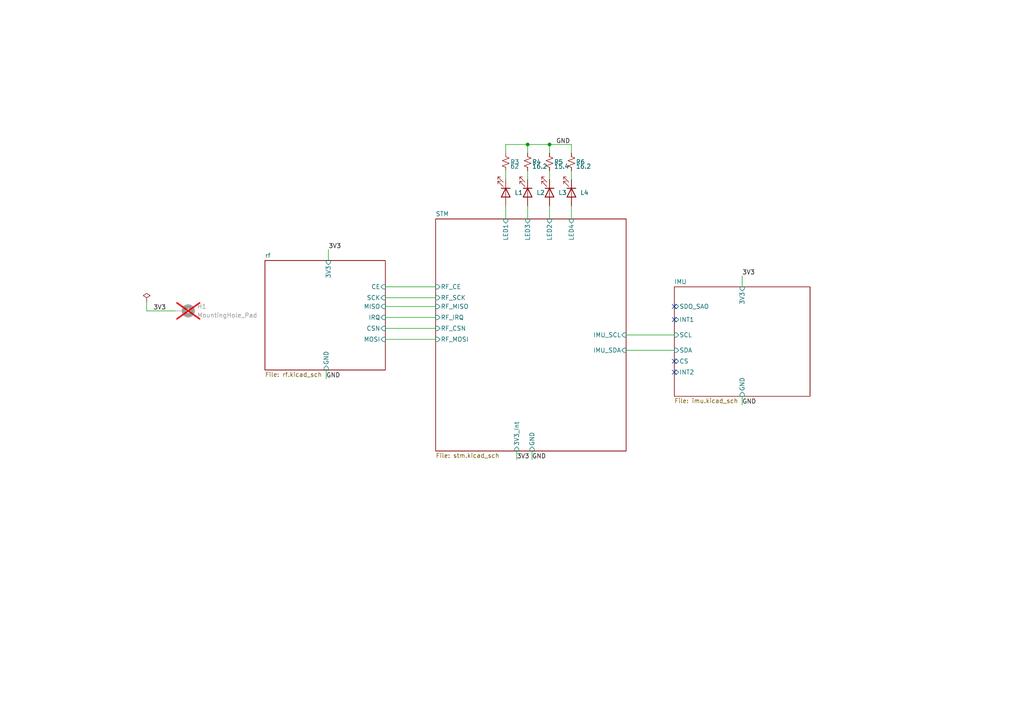
<source format=kicad_sch>
(kicad_sch
	(version 20231120)
	(generator "eeschema")
	(generator_version "8.0")
	(uuid "966522a1-0f34-4495-b9d1-6b01e7c9f14e")
	(paper "A4")
	(lib_symbols
		(symbol "Device:LED"
			(pin_numbers hide)
			(pin_names
				(offset 1.016) hide)
			(exclude_from_sim no)
			(in_bom yes)
			(on_board yes)
			(property "Reference" "D"
				(at 0 2.54 0)
				(effects
					(font
						(size 1.27 1.27)
					)
				)
			)
			(property "Value" "LED"
				(at 0 -2.54 0)
				(effects
					(font
						(size 1.27 1.27)
					)
				)
			)
			(property "Footprint" ""
				(at 0 0 0)
				(effects
					(font
						(size 1.27 1.27)
					)
					(hide yes)
				)
			)
			(property "Datasheet" "~"
				(at 0 0 0)
				(effects
					(font
						(size 1.27 1.27)
					)
					(hide yes)
				)
			)
			(property "Description" "Light emitting diode"
				(at 0 0 0)
				(effects
					(font
						(size 1.27 1.27)
					)
					(hide yes)
				)
			)
			(property "ki_keywords" "LED diode"
				(at 0 0 0)
				(effects
					(font
						(size 1.27 1.27)
					)
					(hide yes)
				)
			)
			(property "ki_fp_filters" "LED* LED_SMD:* LED_THT:*"
				(at 0 0 0)
				(effects
					(font
						(size 1.27 1.27)
					)
					(hide yes)
				)
			)
			(symbol "LED_0_1"
				(polyline
					(pts
						(xy -1.27 -1.27) (xy -1.27 1.27)
					)
					(stroke
						(width 0.254)
						(type default)
					)
					(fill
						(type none)
					)
				)
				(polyline
					(pts
						(xy -1.27 0) (xy 1.27 0)
					)
					(stroke
						(width 0)
						(type default)
					)
					(fill
						(type none)
					)
				)
				(polyline
					(pts
						(xy 1.27 -1.27) (xy 1.27 1.27) (xy -1.27 0) (xy 1.27 -1.27)
					)
					(stroke
						(width 0.254)
						(type default)
					)
					(fill
						(type none)
					)
				)
				(polyline
					(pts
						(xy -3.048 -0.762) (xy -4.572 -2.286) (xy -3.81 -2.286) (xy -4.572 -2.286) (xy -4.572 -1.524)
					)
					(stroke
						(width 0)
						(type default)
					)
					(fill
						(type none)
					)
				)
				(polyline
					(pts
						(xy -1.778 -0.762) (xy -3.302 -2.286) (xy -2.54 -2.286) (xy -3.302 -2.286) (xy -3.302 -1.524)
					)
					(stroke
						(width 0)
						(type default)
					)
					(fill
						(type none)
					)
				)
			)
			(symbol "LED_1_1"
				(pin passive line
					(at -3.81 0 0)
					(length 2.54)
					(name "K"
						(effects
							(font
								(size 1.27 1.27)
							)
						)
					)
					(number "1"
						(effects
							(font
								(size 1.27 1.27)
							)
						)
					)
				)
				(pin passive line
					(at 3.81 0 180)
					(length 2.54)
					(name "A"
						(effects
							(font
								(size 1.27 1.27)
							)
						)
					)
					(number "2"
						(effects
							(font
								(size 1.27 1.27)
							)
						)
					)
				)
			)
		)
		(symbol "Device:R_Small_US"
			(pin_numbers hide)
			(pin_names
				(offset 0.254) hide)
			(exclude_from_sim no)
			(in_bom yes)
			(on_board yes)
			(property "Reference" "R"
				(at 0.762 0.508 0)
				(effects
					(font
						(size 1.27 1.27)
					)
					(justify left)
				)
			)
			(property "Value" "R_Small_US"
				(at 0.762 -1.016 0)
				(effects
					(font
						(size 1.27 1.27)
					)
					(justify left)
				)
			)
			(property "Footprint" ""
				(at 0 0 0)
				(effects
					(font
						(size 1.27 1.27)
					)
					(hide yes)
				)
			)
			(property "Datasheet" "~"
				(at 0 0 0)
				(effects
					(font
						(size 1.27 1.27)
					)
					(hide yes)
				)
			)
			(property "Description" "Resistor, small US symbol"
				(at 0 0 0)
				(effects
					(font
						(size 1.27 1.27)
					)
					(hide yes)
				)
			)
			(property "ki_keywords" "r resistor"
				(at 0 0 0)
				(effects
					(font
						(size 1.27 1.27)
					)
					(hide yes)
				)
			)
			(property "ki_fp_filters" "R_*"
				(at 0 0 0)
				(effects
					(font
						(size 1.27 1.27)
					)
					(hide yes)
				)
			)
			(symbol "R_Small_US_1_1"
				(polyline
					(pts
						(xy 0 0) (xy 1.016 -0.381) (xy 0 -0.762) (xy -1.016 -1.143) (xy 0 -1.524)
					)
					(stroke
						(width 0)
						(type default)
					)
					(fill
						(type none)
					)
				)
				(polyline
					(pts
						(xy 0 1.524) (xy 1.016 1.143) (xy 0 0.762) (xy -1.016 0.381) (xy 0 0)
					)
					(stroke
						(width 0)
						(type default)
					)
					(fill
						(type none)
					)
				)
				(pin passive line
					(at 0 2.54 270)
					(length 1.016)
					(name "~"
						(effects
							(font
								(size 1.27 1.27)
							)
						)
					)
					(number "1"
						(effects
							(font
								(size 1.27 1.27)
							)
						)
					)
				)
				(pin passive line
					(at 0 -2.54 90)
					(length 1.016)
					(name "~"
						(effects
							(font
								(size 1.27 1.27)
							)
						)
					)
					(number "2"
						(effects
							(font
								(size 1.27 1.27)
							)
						)
					)
				)
			)
		)
		(symbol "Mechanical:MountingHole_Pad"
			(pin_numbers hide)
			(pin_names
				(offset 1.016) hide)
			(exclude_from_sim yes)
			(in_bom no)
			(on_board yes)
			(property "Reference" "H"
				(at 0 6.35 0)
				(effects
					(font
						(size 1.27 1.27)
					)
				)
			)
			(property "Value" "MountingHole_Pad"
				(at 0 4.445 0)
				(effects
					(font
						(size 1.27 1.27)
					)
				)
			)
			(property "Footprint" ""
				(at 0 0 0)
				(effects
					(font
						(size 1.27 1.27)
					)
					(hide yes)
				)
			)
			(property "Datasheet" "~"
				(at 0 0 0)
				(effects
					(font
						(size 1.27 1.27)
					)
					(hide yes)
				)
			)
			(property "Description" "Mounting Hole with connection"
				(at 0 0 0)
				(effects
					(font
						(size 1.27 1.27)
					)
					(hide yes)
				)
			)
			(property "ki_keywords" "mounting hole"
				(at 0 0 0)
				(effects
					(font
						(size 1.27 1.27)
					)
					(hide yes)
				)
			)
			(property "ki_fp_filters" "MountingHole*Pad*"
				(at 0 0 0)
				(effects
					(font
						(size 1.27 1.27)
					)
					(hide yes)
				)
			)
			(symbol "MountingHole_Pad_0_1"
				(circle
					(center 0 1.27)
					(radius 1.27)
					(stroke
						(width 1.27)
						(type default)
					)
					(fill
						(type none)
					)
				)
			)
			(symbol "MountingHole_Pad_1_1"
				(pin input line
					(at 0 -2.54 90)
					(length 2.54)
					(name "1"
						(effects
							(font
								(size 1.27 1.27)
							)
						)
					)
					(number "1"
						(effects
							(font
								(size 1.27 1.27)
							)
						)
					)
				)
			)
		)
		(symbol "power:PWR_FLAG"
			(power)
			(pin_numbers hide)
			(pin_names
				(offset 0) hide)
			(exclude_from_sim no)
			(in_bom yes)
			(on_board yes)
			(property "Reference" "#FLG"
				(at 0 1.905 0)
				(effects
					(font
						(size 1.27 1.27)
					)
					(hide yes)
				)
			)
			(property "Value" "PWR_FLAG"
				(at 0 3.81 0)
				(effects
					(font
						(size 1.27 1.27)
					)
				)
			)
			(property "Footprint" ""
				(at 0 0 0)
				(effects
					(font
						(size 1.27 1.27)
					)
					(hide yes)
				)
			)
			(property "Datasheet" "~"
				(at 0 0 0)
				(effects
					(font
						(size 1.27 1.27)
					)
					(hide yes)
				)
			)
			(property "Description" "Special symbol for telling ERC where power comes from"
				(at 0 0 0)
				(effects
					(font
						(size 1.27 1.27)
					)
					(hide yes)
				)
			)
			(property "ki_keywords" "flag power"
				(at 0 0 0)
				(effects
					(font
						(size 1.27 1.27)
					)
					(hide yes)
				)
			)
			(symbol "PWR_FLAG_0_0"
				(pin power_out line
					(at 0 0 90)
					(length 0)
					(name "~"
						(effects
							(font
								(size 1.27 1.27)
							)
						)
					)
					(number "1"
						(effects
							(font
								(size 1.27 1.27)
							)
						)
					)
				)
			)
			(symbol "PWR_FLAG_0_1"
				(polyline
					(pts
						(xy 0 0) (xy 0 1.27) (xy -1.016 1.905) (xy 0 2.54) (xy 1.016 1.905) (xy 0 1.27)
					)
					(stroke
						(width 0)
						(type default)
					)
					(fill
						(type none)
					)
				)
			)
		)
	)
	(junction
		(at 159.385 41.91)
		(diameter 0)
		(color 0 0 0 0)
		(uuid "d8a9d133-50e6-498e-9c31-dc5cc398b4a7")
	)
	(junction
		(at 153.035 41.91)
		(diameter 0)
		(color 0 0 0 0)
		(uuid "fdd3b648-054f-4675-8e1b-731d0d51bade")
	)
	(no_connect
		(at 195.58 107.95)
		(uuid "3765b813-ce72-4ac2-bedc-44bc759c1eae")
	)
	(no_connect
		(at 195.58 92.71)
		(uuid "67858fc9-8e38-4cf4-8321-7f3e0f249512")
	)
	(no_connect
		(at 195.58 88.9)
		(uuid "c20faa2b-9765-408f-a323-70f45fc619ce")
	)
	(no_connect
		(at 195.58 104.775)
		(uuid "d4d92878-bccf-427a-bab8-b2077702d047")
	)
	(wire
		(pts
			(xy 146.685 44.45) (xy 146.685 41.91)
		)
		(stroke
			(width 0)
			(type default)
		)
		(uuid "01a47d9a-81b4-4e2a-932e-48a43e5fac55")
	)
	(wire
		(pts
			(xy 146.685 52.07) (xy 146.685 49.53)
		)
		(stroke
			(width 0)
			(type default)
		)
		(uuid "038d0c2e-2b47-4fd8-b796-63fe0071fb7d")
	)
	(wire
		(pts
			(xy 111.76 83.185) (xy 126.365 83.185)
		)
		(stroke
			(width 0)
			(type default)
		)
		(uuid "0c8bc0cf-5ad5-4cb8-845c-5f474795dcaf")
	)
	(wire
		(pts
			(xy 159.385 52.07) (xy 159.385 49.53)
		)
		(stroke
			(width 0)
			(type default)
		)
		(uuid "11e53b4c-4839-4c90-aee3-1b5b22bfe107")
	)
	(wire
		(pts
			(xy 95.25 72.39) (xy 95.25 75.565)
		)
		(stroke
			(width 0)
			(type default)
		)
		(uuid "15257dad-a979-442e-b3e6-7f0b06c96a30")
	)
	(wire
		(pts
			(xy 165.735 59.69) (xy 165.735 63.5)
		)
		(stroke
			(width 0)
			(type default)
		)
		(uuid "15980d46-ab5e-4379-80f6-15e4a4c3d8f8")
	)
	(wire
		(pts
			(xy 94.615 107.315) (xy 94.615 109.855)
		)
		(stroke
			(width 0)
			(type default)
		)
		(uuid "17a00168-1afb-4691-bbe7-2c69e3b1b8b7")
	)
	(wire
		(pts
			(xy 153.035 41.91) (xy 159.385 41.91)
		)
		(stroke
			(width 0)
			(type default)
		)
		(uuid "1b6d404c-d61c-4021-8bc2-663979531bfc")
	)
	(wire
		(pts
			(xy 181.61 97.155) (xy 195.58 97.155)
		)
		(stroke
			(width 0)
			(type default)
		)
		(uuid "22085317-bf35-4715-866b-9ac0babea5ca")
	)
	(wire
		(pts
			(xy 146.685 41.91) (xy 153.035 41.91)
		)
		(stroke
			(width 0)
			(type default)
		)
		(uuid "2fd1ecd4-ca99-4e2d-965c-51b0c4a8431e")
	)
	(wire
		(pts
			(xy 159.385 44.45) (xy 159.385 41.91)
		)
		(stroke
			(width 0)
			(type default)
		)
		(uuid "3db87710-322d-40bf-95c8-757109dd0141")
	)
	(wire
		(pts
			(xy 111.76 86.36) (xy 126.365 86.36)
		)
		(stroke
			(width 0)
			(type default)
		)
		(uuid "3dfb4bf2-5f0a-49cb-9367-5ccea0386613")
	)
	(wire
		(pts
			(xy 215.265 114.935) (xy 215.265 117.475)
		)
		(stroke
			(width 0)
			(type default)
		)
		(uuid "48aa95b4-2adc-4b31-b142-6c43fd04411b")
	)
	(wire
		(pts
			(xy 153.035 52.07) (xy 153.035 49.53)
		)
		(stroke
			(width 0)
			(type default)
		)
		(uuid "4a96c466-9e2e-434e-ad39-68682f9b8643")
	)
	(wire
		(pts
			(xy 111.76 95.25) (xy 126.365 95.25)
		)
		(stroke
			(width 0)
			(type default)
		)
		(uuid "5ebfc933-d2cf-42f9-a667-69242de94e54")
	)
	(wire
		(pts
			(xy 165.735 44.45) (xy 165.735 41.91)
		)
		(stroke
			(width 0)
			(type default)
		)
		(uuid "66f35ea2-e013-462b-b0ef-21c5a56485c3")
	)
	(wire
		(pts
			(xy 149.86 130.81) (xy 149.86 133.35)
		)
		(stroke
			(width 0)
			(type default)
		)
		(uuid "706c57ce-3fe5-49fe-be92-d22edda5c33f")
	)
	(wire
		(pts
			(xy 181.61 101.6) (xy 195.58 101.6)
		)
		(stroke
			(width 0)
			(type default)
		)
		(uuid "7d721d91-1ab6-4479-9eab-887de368d44c")
	)
	(wire
		(pts
			(xy 215.265 80.01) (xy 215.265 83.185)
		)
		(stroke
			(width 0)
			(type default)
		)
		(uuid "87c81d41-804f-4e3b-827e-818d83a260de")
	)
	(wire
		(pts
			(xy 50.8 90.17) (xy 42.545 90.17)
		)
		(stroke
			(width 0)
			(type default)
		)
		(uuid "8cc86084-335e-4bd2-ab65-eca3dd368f40")
	)
	(wire
		(pts
			(xy 154.305 130.81) (xy 154.305 133.35)
		)
		(stroke
			(width 0)
			(type default)
		)
		(uuid "9bfae5a4-c1ec-43ee-b2f6-34961ce038c6")
	)
	(wire
		(pts
			(xy 165.735 52.07) (xy 165.735 49.53)
		)
		(stroke
			(width 0)
			(type default)
		)
		(uuid "a5cb3850-cf48-495e-b876-29a9a86b38e2")
	)
	(wire
		(pts
			(xy 153.035 44.45) (xy 153.035 41.91)
		)
		(stroke
			(width 0)
			(type default)
		)
		(uuid "a91a0788-6513-40bd-b8b7-b80085897627")
	)
	(wire
		(pts
			(xy 165.735 41.91) (xy 159.385 41.91)
		)
		(stroke
			(width 0)
			(type default)
		)
		(uuid "b72b3ec9-055a-4aa9-bd61-684dc4109f62")
	)
	(wire
		(pts
			(xy 111.76 98.425) (xy 126.365 98.425)
		)
		(stroke
			(width 0)
			(type default)
		)
		(uuid "be70f832-7afd-442c-9ddf-513b0283afa6")
	)
	(wire
		(pts
			(xy 153.035 59.69) (xy 153.035 63.5)
		)
		(stroke
			(width 0)
			(type default)
		)
		(uuid "ce79c6f3-ae9a-4af3-ad97-786c6d9e4925")
	)
	(wire
		(pts
			(xy 159.385 59.69) (xy 159.385 63.5)
		)
		(stroke
			(width 0)
			(type default)
		)
		(uuid "d29e1bf3-0d8c-4311-b9fd-5784f9d896e7")
	)
	(wire
		(pts
			(xy 111.76 92.075) (xy 126.365 92.075)
		)
		(stroke
			(width 0)
			(type default)
		)
		(uuid "db07ec58-465a-47f2-b19c-475d1770eaaa")
	)
	(wire
		(pts
			(xy 146.685 59.69) (xy 146.685 63.5)
		)
		(stroke
			(width 0)
			(type default)
		)
		(uuid "e862f2c8-d58f-4a53-b548-ae9983a27b85")
	)
	(wire
		(pts
			(xy 42.545 90.17) (xy 42.545 87.63)
		)
		(stroke
			(width 0)
			(type default)
		)
		(uuid "f5432fbe-b765-4b6f-aa9f-da6707cbc940")
	)
	(wire
		(pts
			(xy 111.76 88.9) (xy 126.365 88.9)
		)
		(stroke
			(width 0)
			(type default)
		)
		(uuid "fd4e4e1e-0eb0-43f6-aa62-ba20f4666b47")
	)
	(label "3V3"
		(at 215.265 80.01 0)
		(fields_autoplaced yes)
		(effects
			(font
				(size 1.27 1.27)
			)
			(justify left bottom)
		)
		(uuid "0a8ef841-b5a7-42dc-9832-f64c83bed63d")
	)
	(label "3V3"
		(at 44.45 90.17 0)
		(fields_autoplaced yes)
		(effects
			(font
				(size 1.27 1.27)
			)
			(justify left bottom)
		)
		(uuid "27540b96-84da-4796-853e-c1400103b314")
	)
	(label "GND"
		(at 215.265 117.475 0)
		(fields_autoplaced yes)
		(effects
			(font
				(size 1.27 1.27)
			)
			(justify left bottom)
		)
		(uuid "3284d0f4-b096-40f7-baee-9d4ca4fef925")
	)
	(label "GND"
		(at 94.615 109.855 0)
		(fields_autoplaced yes)
		(effects
			(font
				(size 1.27 1.27)
			)
			(justify left bottom)
		)
		(uuid "6c7b6c5d-8f43-48d7-94bb-2894a878dd70")
	)
	(label "GND"
		(at 161.29 41.91 0)
		(fields_autoplaced yes)
		(effects
			(font
				(size 1.27 1.27)
			)
			(justify left bottom)
		)
		(uuid "7a4bbddd-a92d-4a05-a57a-457aeb040de3")
	)
	(label "3V3"
		(at 149.86 133.35 0)
		(fields_autoplaced yes)
		(effects
			(font
				(size 1.27 1.27)
			)
			(justify left bottom)
		)
		(uuid "835138ea-8cdf-4057-a3e7-b2f263a64dee")
	)
	(label "3V3"
		(at 95.25 72.39 0)
		(fields_autoplaced yes)
		(effects
			(font
				(size 1.27 1.27)
			)
			(justify left bottom)
		)
		(uuid "88a949b2-0e9d-4738-a9f0-67e2700259d7")
	)
	(label "GND"
		(at 154.305 133.35 0)
		(fields_autoplaced yes)
		(effects
			(font
				(size 1.27 1.27)
			)
			(justify left bottom)
		)
		(uuid "d7f19c95-7e1b-4e0e-ba03-fd27f1520f91")
	)
	(symbol
		(lib_id "Device:R_Small_US")
		(at 146.685 46.99 0)
		(unit 1)
		(exclude_from_sim no)
		(in_bom yes)
		(on_board yes)
		(dnp no)
		(uuid "045e116b-a413-4260-a2fa-08c44a4f48d4")
		(property "Reference" "R3"
			(at 147.955 46.99 0)
			(effects
				(font
					(size 1.27 1.27)
				)
				(justify left)
			)
		)
		(property "Value" "62"
			(at 147.955 48.26 0)
			(effects
				(font
					(size 1.27 1.27)
				)
				(justify left)
			)
		)
		(property "Footprint" "Resistor_SMD:R_0603_1608Metric"
			(at 146.685 46.99 0)
			(effects
				(font
					(size 1.27 1.27)
				)
				(hide yes)
			)
		)
		(property "Datasheet" "~"
			(at 146.685 46.99 0)
			(effects
				(font
					(size 1.27 1.27)
				)
				(hide yes)
			)
		)
		(property "Description" "JLC: C23222"
			(at 146.685 46.99 0)
			(effects
				(font
					(size 1.27 1.27)
				)
				(hide yes)
			)
		)
		(pin "1"
			(uuid "ed371a80-f2a5-461d-ac0e-287ad32ac73d")
		)
		(pin "2"
			(uuid "95ca2766-394e-4fad-8707-e4a74eb19064")
		)
		(instances
			(project "comn_v1"
				(path "/966522a1-0f34-4495-b9d1-6b01e7c9f14e"
					(reference "R3")
					(unit 1)
				)
			)
		)
	)
	(symbol
		(lib_id "Device:LED")
		(at 146.685 55.88 270)
		(unit 1)
		(exclude_from_sim no)
		(in_bom yes)
		(on_board yes)
		(dnp no)
		(uuid "3fc69ba5-1e5f-4e38-93e3-c214f78b2b9b")
		(property "Reference" "L1"
			(at 149.225 55.88 90)
			(effects
				(font
					(size 1.27 1.27)
				)
				(justify left)
			)
		)
		(property "Value" "RED LED"
			(at 149.86 55.5624 90)
			(effects
				(font
					(size 1.27 1.27)
				)
				(justify left)
				(hide yes)
			)
		)
		(property "Footprint" "LED_SMD:LED_0603_1608Metric"
			(at 146.685 55.88 0)
			(effects
				(font
					(size 1.27 1.27)
				)
				(hide yes)
			)
		)
		(property "Datasheet" "~"
			(at 146.685 55.88 0)
			(effects
				(font
					(size 1.27 1.27)
				)
				(hide yes)
			)
		)
		(property "Description" "JLC: C2286"
			(at 146.685 55.88 0)
			(effects
				(font
					(size 1.27 1.27)
				)
				(hide yes)
			)
		)
		(pin "1"
			(uuid "5b7f6383-b2db-4bd8-aa9a-7c4f89a8a890")
		)
		(pin "2"
			(uuid "17b2137c-638f-4299-812c-f672266e6380")
		)
		(instances
			(project "comn_v1"
				(path "/966522a1-0f34-4495-b9d1-6b01e7c9f14e"
					(reference "L1")
					(unit 1)
				)
			)
		)
	)
	(symbol
		(lib_id "Device:LED")
		(at 159.385 55.88 270)
		(unit 1)
		(exclude_from_sim no)
		(in_bom yes)
		(on_board yes)
		(dnp no)
		(uuid "426dee33-444b-4a59-b095-1b92a3b23a18")
		(property "Reference" "L3"
			(at 161.925 55.88 90)
			(effects
				(font
					(size 1.27 1.27)
				)
				(justify left)
			)
		)
		(property "Value" "WHITE LED"
			(at 162.56 55.5624 90)
			(effects
				(font
					(size 1.27 1.27)
				)
				(justify left)
				(hide yes)
			)
		)
		(property "Footprint" "LED_SMD:LED_0603_1608Metric"
			(at 159.385 55.88 0)
			(effects
				(font
					(size 1.27 1.27)
				)
				(hide yes)
			)
		)
		(property "Datasheet" "~"
			(at 159.385 55.88 0)
			(effects
				(font
					(size 1.27 1.27)
				)
				(hide yes)
			)
		)
		(property "Description" "JLC: C2290"
			(at 159.385 55.88 0)
			(effects
				(font
					(size 1.27 1.27)
				)
				(hide yes)
			)
		)
		(pin "1"
			(uuid "e7476603-2c6b-4cbe-bc6e-6313bb6ad65b")
		)
		(pin "2"
			(uuid "164454a3-4bd6-4625-a5b4-f3adb4014cfb")
		)
		(instances
			(project "comn_v1"
				(path "/966522a1-0f34-4495-b9d1-6b01e7c9f14e"
					(reference "L3")
					(unit 1)
				)
			)
		)
	)
	(symbol
		(lib_id "Device:R_Small_US")
		(at 165.735 46.99 0)
		(unit 1)
		(exclude_from_sim no)
		(in_bom yes)
		(on_board yes)
		(dnp no)
		(uuid "61d3fe50-cf7d-4780-bff6-e414f697a422")
		(property "Reference" "R6"
			(at 167.005 46.99 0)
			(effects
				(font
					(size 1.27 1.27)
				)
				(justify left)
			)
		)
		(property "Value" "16.2"
			(at 167.005 48.26 0)
			(effects
				(font
					(size 1.27 1.27)
				)
				(justify left)
			)
		)
		(property "Footprint" "Resistor_SMD:R_0603_1608Metric"
			(at 165.735 46.99 0)
			(effects
				(font
					(size 1.27 1.27)
				)
				(hide yes)
			)
		)
		(property "Datasheet" "~"
			(at 165.735 46.99 0)
			(effects
				(font
					(size 1.27 1.27)
				)
				(hide yes)
			)
		)
		(property "Description" "JLC: C22811"
			(at 165.735 46.99 0)
			(effects
				(font
					(size 1.27 1.27)
				)
				(hide yes)
			)
		)
		(pin "1"
			(uuid "c08d4b54-86ed-4689-beb3-2d57dc69eef5")
		)
		(pin "2"
			(uuid "388bae15-9d6c-4d08-8df8-b1042ae372aa")
		)
		(instances
			(project "top_v1"
				(path "/966522a1-0f34-4495-b9d1-6b01e7c9f14e"
					(reference "R6")
					(unit 1)
				)
			)
		)
	)
	(symbol
		(lib_id "Device:LED")
		(at 165.735 55.88 270)
		(unit 1)
		(exclude_from_sim no)
		(in_bom yes)
		(on_board yes)
		(dnp no)
		(uuid "687b72cf-62b3-414d-970a-2f1d461ab426")
		(property "Reference" "L4"
			(at 168.275 55.88 90)
			(effects
				(font
					(size 1.27 1.27)
				)
				(justify left)
			)
		)
		(property "Value" "BLUE LED"
			(at 168.91 55.5624 90)
			(effects
				(font
					(size 1.27 1.27)
				)
				(justify left)
				(hide yes)
			)
		)
		(property "Footprint" "LED_SMD:LED_0603_1608Metric"
			(at 165.735 55.88 0)
			(effects
				(font
					(size 1.27 1.27)
				)
				(hide yes)
			)
		)
		(property "Datasheet" "~"
			(at 165.735 55.88 0)
			(effects
				(font
					(size 1.27 1.27)
				)
				(hide yes)
			)
		)
		(property "Description" "JLC: C2288"
			(at 165.735 55.88 0)
			(effects
				(font
					(size 1.27 1.27)
				)
				(hide yes)
			)
		)
		(pin "1"
			(uuid "54b478a1-dc3e-4f04-bef6-8041ca680f07")
		)
		(pin "2"
			(uuid "2745ee18-da7b-4546-8620-3e1d55571a1f")
		)
		(instances
			(project "top_v1"
				(path "/966522a1-0f34-4495-b9d1-6b01e7c9f14e"
					(reference "L4")
					(unit 1)
				)
			)
		)
	)
	(symbol
		(lib_id "Device:R_Small_US")
		(at 153.035 46.99 0)
		(unit 1)
		(exclude_from_sim no)
		(in_bom yes)
		(on_board yes)
		(dnp no)
		(uuid "a0320895-b7c4-41fa-b051-00a637e587ee")
		(property "Reference" "R4"
			(at 154.305 46.99 0)
			(effects
				(font
					(size 1.27 1.27)
				)
				(justify left)
			)
		)
		(property "Value" "16.2"
			(at 154.305 48.26 0)
			(effects
				(font
					(size 1.27 1.27)
				)
				(justify left)
			)
		)
		(property "Footprint" "Resistor_SMD:R_0603_1608Metric"
			(at 153.035 46.99 0)
			(effects
				(font
					(size 1.27 1.27)
				)
				(hide yes)
			)
		)
		(property "Datasheet" "~"
			(at 153.035 46.99 0)
			(effects
				(font
					(size 1.27 1.27)
				)
				(hide yes)
			)
		)
		(property "Description" "JLC: C22811"
			(at 153.035 46.99 0)
			(effects
				(font
					(size 1.27 1.27)
				)
				(hide yes)
			)
		)
		(pin "1"
			(uuid "e399bd9c-8448-49e7-bb63-f4d4314e64dc")
		)
		(pin "2"
			(uuid "a80346b2-a1a1-4f58-ad14-abc4b7138005")
		)
		(instances
			(project "comn_v1"
				(path "/966522a1-0f34-4495-b9d1-6b01e7c9f14e"
					(reference "R4")
					(unit 1)
				)
			)
		)
	)
	(symbol
		(lib_id "Device:LED")
		(at 153.035 55.88 270)
		(unit 1)
		(exclude_from_sim no)
		(in_bom yes)
		(on_board yes)
		(dnp no)
		(uuid "a4b173d9-13fd-46f0-ba9a-a44739c59774")
		(property "Reference" "L2"
			(at 155.575 55.88 90)
			(effects
				(font
					(size 1.27 1.27)
				)
				(justify left)
			)
		)
		(property "Value" "BLUE LED"
			(at 156.21 55.5624 90)
			(effects
				(font
					(size 1.27 1.27)
				)
				(justify left)
				(hide yes)
			)
		)
		(property "Footprint" "LED_SMD:LED_0603_1608Metric"
			(at 153.035 55.88 0)
			(effects
				(font
					(size 1.27 1.27)
				)
				(hide yes)
			)
		)
		(property "Datasheet" "~"
			(at 153.035 55.88 0)
			(effects
				(font
					(size 1.27 1.27)
				)
				(hide yes)
			)
		)
		(property "Description" "JLC: C2288"
			(at 153.035 55.88 0)
			(effects
				(font
					(size 1.27 1.27)
				)
				(hide yes)
			)
		)
		(pin "1"
			(uuid "def83f52-3cb7-40a5-a74b-6f0e99ba65b4")
		)
		(pin "2"
			(uuid "bcf88f30-b0dd-44e4-a52c-cf73265fec10")
		)
		(instances
			(project "comn_v1"
				(path "/966522a1-0f34-4495-b9d1-6b01e7c9f14e"
					(reference "L2")
					(unit 1)
				)
			)
		)
	)
	(symbol
		(lib_id "power:PWR_FLAG")
		(at 42.545 87.63 0)
		(unit 1)
		(exclude_from_sim no)
		(in_bom yes)
		(on_board yes)
		(dnp no)
		(fields_autoplaced yes)
		(uuid "cb97e8ca-a5fb-4c6c-a8f2-aec672525bd3")
		(property "Reference" "#FLG01"
			(at 42.545 85.725 0)
			(effects
				(font
					(size 1.27 1.27)
				)
				(hide yes)
			)
		)
		(property "Value" "PWR_FLAG"
			(at 42.545 83.185 0)
			(effects
				(font
					(size 1.27 1.27)
				)
				(hide yes)
			)
		)
		(property "Footprint" ""
			(at 42.545 87.63 0)
			(effects
				(font
					(size 1.27 1.27)
				)
				(hide yes)
			)
		)
		(property "Datasheet" "~"
			(at 42.545 87.63 0)
			(effects
				(font
					(size 1.27 1.27)
				)
				(hide yes)
			)
		)
		(property "Description" "Special symbol for telling ERC where power comes from"
			(at 42.545 87.63 0)
			(effects
				(font
					(size 1.27 1.27)
				)
				(hide yes)
			)
		)
		(pin "1"
			(uuid "ddc3882e-1367-4a26-a2a8-4d38703f112d")
		)
		(instances
			(project "top"
				(path "/966522a1-0f34-4495-b9d1-6b01e7c9f14e"
					(reference "#FLG01")
					(unit 1)
				)
			)
		)
	)
	(symbol
		(lib_id "Device:R_Small_US")
		(at 159.385 46.99 0)
		(unit 1)
		(exclude_from_sim no)
		(in_bom yes)
		(on_board yes)
		(dnp no)
		(uuid "d8fef791-6082-45ac-8a6a-a032728b2d8e")
		(property "Reference" "R5"
			(at 160.655 46.99 0)
			(effects
				(font
					(size 1.27 1.27)
				)
				(justify left)
			)
		)
		(property "Value" "15.4"
			(at 160.655 48.26 0)
			(effects
				(font
					(size 1.27 1.27)
				)
				(justify left)
			)
		)
		(property "Footprint" "Resistor_SMD:R_0603_1608Metric"
			(at 159.385 46.99 0)
			(effects
				(font
					(size 1.27 1.27)
				)
				(hide yes)
			)
		)
		(property "Datasheet" "~"
			(at 159.385 46.99 0)
			(effects
				(font
					(size 1.27 1.27)
				)
				(hide yes)
			)
		)
		(property "Description" "JLC: C22805"
			(at 159.385 46.99 0)
			(effects
				(font
					(size 1.27 1.27)
				)
				(hide yes)
			)
		)
		(pin "1"
			(uuid "0f5e4c49-7d40-4e1c-863c-206d50dc2bc0")
		)
		(pin "2"
			(uuid "272bbbf9-095e-4e2f-a78e-0607781f146f")
		)
		(instances
			(project "comn_v1"
				(path "/966522a1-0f34-4495-b9d1-6b01e7c9f14e"
					(reference "R5")
					(unit 1)
				)
			)
		)
	)
	(symbol
		(lib_id "Mechanical:MountingHole_Pad")
		(at 53.34 90.17 270)
		(unit 1)
		(exclude_from_sim yes)
		(in_bom no)
		(on_board yes)
		(dnp yes)
		(fields_autoplaced yes)
		(uuid "de614b73-4656-4915-85ee-eea9db76735c")
		(property "Reference" "H1"
			(at 57.15 88.8999 90)
			(effects
				(font
					(size 1.27 1.27)
				)
				(justify left)
			)
		)
		(property "Value" "MountingHole_Pad"
			(at 57.15 91.4399 90)
			(effects
				(font
					(size 1.27 1.27)
				)
				(justify left)
			)
		)
		(property "Footprint" "TestPoint:TestPoint_Pad_4.0x4.0mm"
			(at 53.34 90.17 0)
			(effects
				(font
					(size 1.27 1.27)
				)
				(hide yes)
			)
		)
		(property "Datasheet" "~"
			(at 53.34 90.17 0)
			(effects
				(font
					(size 1.27 1.27)
				)
				(hide yes)
			)
		)
		(property "Description" "Mounting Hole with connection"
			(at 53.34 90.17 0)
			(effects
				(font
					(size 1.27 1.27)
				)
				(hide yes)
			)
		)
		(pin "1"
			(uuid "a9c3cb86-1bf1-4882-a848-911bf7d3001c")
		)
		(instances
			(project ""
				(path "/966522a1-0f34-4495-b9d1-6b01e7c9f14e"
					(reference "H1")
					(unit 1)
				)
			)
		)
	)
	(sheet
		(at 76.835 75.565)
		(size 34.925 31.75)
		(fields_autoplaced yes)
		(stroke
			(width 0.1524)
			(type solid)
		)
		(fill
			(color 0 0 0 0.0000)
		)
		(uuid "09f14c88-e97d-4ffa-a421-cf347ed3db12")
		(property "Sheetname" "rf"
			(at 76.835 74.8534 0)
			(effects
				(font
					(size 1.27 1.27)
				)
				(justify left bottom)
			)
		)
		(property "Sheetfile" "rf.kicad_sch"
			(at 76.835 107.8996 0)
			(effects
				(font
					(size 1.27 1.27)
				)
				(justify left top)
			)
		)
		(pin "CE" input
			(at 111.76 83.185 0)
			(effects
				(font
					(size 1.27 1.27)
				)
				(justify right)
			)
			(uuid "8324eda5-6a4e-4e04-974b-274bc0c9afb6")
		)
		(pin "GND" input
			(at 94.615 107.315 270)
			(effects
				(font
					(size 1.27 1.27)
				)
				(justify left)
			)
			(uuid "181f8916-94df-4168-89b1-ef122100f783")
		)
		(pin "SCK" input
			(at 111.76 86.36 0)
			(effects
				(font
					(size 1.27 1.27)
				)
				(justify right)
			)
			(uuid "fac832cc-a610-4338-8749-d5db564fa1e2")
		)
		(pin "MISO" input
			(at 111.76 88.9 0)
			(effects
				(font
					(size 1.27 1.27)
				)
				(justify right)
			)
			(uuid "eb978efe-4f3b-48f7-b47d-9e464213477e")
		)
		(pin "CSN" input
			(at 111.76 95.25 0)
			(effects
				(font
					(size 1.27 1.27)
				)
				(justify right)
			)
			(uuid "348fbc28-4dd0-46bb-9384-0c61d06a0abf")
		)
		(pin "3V3" input
			(at 95.25 75.565 90)
			(effects
				(font
					(size 1.27 1.27)
				)
				(justify right)
			)
			(uuid "037e1f14-a597-4b0d-986c-759155589306")
		)
		(pin "MOSI" input
			(at 111.76 98.425 0)
			(effects
				(font
					(size 1.27 1.27)
				)
				(justify right)
			)
			(uuid "be2004bb-ae2b-4d29-82c2-6b79540d5d1e")
		)
		(pin "IRQ" input
			(at 111.76 92.075 0)
			(effects
				(font
					(size 1.27 1.27)
				)
				(justify right)
			)
			(uuid "63934d00-d50a-4782-9cbe-5681f88adebf")
		)
		(instances
			(project "top_v1"
				(path "/966522a1-0f34-4495-b9d1-6b01e7c9f14e"
					(page "3")
				)
			)
		)
	)
	(sheet
		(at 195.58 83.185)
		(size 39.37 31.75)
		(fields_autoplaced yes)
		(stroke
			(width 0.1524)
			(type solid)
		)
		(fill
			(color 0 0 0 0.0000)
		)
		(uuid "3bf914e6-07cc-41e9-adc5-b44625366c70")
		(property "Sheetname" "IMU"
			(at 195.58 82.4734 0)
			(effects
				(font
					(size 1.27 1.27)
				)
				(justify left bottom)
			)
		)
		(property "Sheetfile" "imu.kicad_sch"
			(at 195.58 115.5196 0)
			(effects
				(font
					(size 1.27 1.27)
				)
				(justify left top)
			)
		)
		(pin "SDO_SAO" input
			(at 195.58 88.9 180)
			(effects
				(font
					(size 1.27 1.27)
				)
				(justify left)
			)
			(uuid "c5b76c4d-6070-4795-89c7-06ad8bcb4914")
		)
		(pin "INT1" input
			(at 195.58 92.71 180)
			(effects
				(font
					(size 1.27 1.27)
				)
				(justify left)
			)
			(uuid "82824bcb-f287-4359-9a03-72fe16de1c17")
		)
		(pin "SCL" input
			(at 195.58 97.155 180)
			(effects
				(font
					(size 1.27 1.27)
				)
				(justify left)
			)
			(uuid "6272708c-181a-41f4-aff6-43f8a9171116")
		)
		(pin "SDA" input
			(at 195.58 101.6 180)
			(effects
				(font
					(size 1.27 1.27)
				)
				(justify left)
			)
			(uuid "6293a70b-8c25-4ba7-9f4e-9f2ae56e4dde")
		)
		(pin "CS" input
			(at 195.58 104.775 180)
			(effects
				(font
					(size 1.27 1.27)
				)
				(justify left)
			)
			(uuid "67804694-ea95-411e-a5c0-e308f6b617cf")
		)
		(pin "GND" input
			(at 215.265 114.935 270)
			(effects
				(font
					(size 1.27 1.27)
				)
				(justify left)
			)
			(uuid "a9e51e21-d8c2-479e-90da-5cab5d1aa225")
		)
		(pin "INT2" input
			(at 195.58 107.95 180)
			(effects
				(font
					(size 1.27 1.27)
				)
				(justify left)
			)
			(uuid "d4ef8053-117f-4a79-a3ff-da8e73710e9c")
		)
		(pin "3V3" input
			(at 215.265 83.185 90)
			(effects
				(font
					(size 1.27 1.27)
				)
				(justify right)
			)
			(uuid "1f12eb24-53fa-4702-8bdc-e1988d914395")
		)
		(instances
			(project "top_v1"
				(path "/966522a1-0f34-4495-b9d1-6b01e7c9f14e"
					(page "4")
				)
			)
		)
	)
	(sheet
		(at 126.365 63.5)
		(size 55.245 67.31)
		(fields_autoplaced yes)
		(stroke
			(width 0.1524)
			(type solid)
		)
		(fill
			(color 0 0 0 0.0000)
		)
		(uuid "a11f74b3-0338-4eb8-877d-0173ad04bdb5")
		(property "Sheetname" "STM"
			(at 126.365 62.7884 0)
			(effects
				(font
					(size 1.27 1.27)
				)
				(justify left bottom)
			)
		)
		(property "Sheetfile" "stm.kicad_sch"
			(at 126.365 131.3946 0)
			(effects
				(font
					(size 1.27 1.27)
				)
				(justify left top)
			)
		)
		(pin "IMU_SDA" input
			(at 181.61 101.6 0)
			(effects
				(font
					(size 1.27 1.27)
				)
				(justify right)
			)
			(uuid "ec3d046c-f224-4216-814b-7ce8183f9b48")
		)
		(pin "GND" input
			(at 154.305 130.81 270)
			(effects
				(font
					(size 1.27 1.27)
				)
				(justify left)
			)
			(uuid "40a6d24e-7dbc-48ba-8e43-ab0fe1a2be22")
		)
		(pin "IMU_SCL" input
			(at 181.61 97.155 0)
			(effects
				(font
					(size 1.27 1.27)
				)
				(justify right)
			)
			(uuid "0b3f2b5e-d9bd-41c7-b815-5b4936256cd5")
		)
		(pin "RF_SCK" input
			(at 126.365 86.36 180)
			(effects
				(font
					(size 1.27 1.27)
				)
				(justify left)
			)
			(uuid "99afe5e9-01c2-4003-89a2-11953f87d53c")
		)
		(pin "RF_MISO" input
			(at 126.365 88.9 180)
			(effects
				(font
					(size 1.27 1.27)
				)
				(justify left)
			)
			(uuid "65ffbfb2-b49d-43e8-87a0-57c03b565ccc")
		)
		(pin "RF_CSN" input
			(at 126.365 95.25 180)
			(effects
				(font
					(size 1.27 1.27)
				)
				(justify left)
			)
			(uuid "b7012ded-d1e5-4cab-9c00-baa72db4674b")
		)
		(pin "RF_MOSI" input
			(at 126.365 98.425 180)
			(effects
				(font
					(size 1.27 1.27)
				)
				(justify left)
			)
			(uuid "ba4e8c1c-25ca-43e9-9719-373772f376f1")
		)
		(pin "RF_CE" input
			(at 126.365 83.185 180)
			(effects
				(font
					(size 1.27 1.27)
				)
				(justify left)
			)
			(uuid "8ba65e8f-e6d4-475f-92f7-89fecfbf8cdd")
		)
		(pin "RF_IRQ" input
			(at 126.365 92.075 180)
			(effects
				(font
					(size 1.27 1.27)
				)
				(justify left)
			)
			(uuid "580d2b7b-abce-47c6-89a9-3a6bb70d223c")
		)
		(pin "LED1" input
			(at 146.685 63.5 90)
			(effects
				(font
					(size 1.27 1.27)
				)
				(justify right)
			)
			(uuid "1a1706da-b039-4b81-b56c-bcf84abe04d9")
		)
		(pin "LED3" input
			(at 153.035 63.5 90)
			(effects
				(font
					(size 1.27 1.27)
				)
				(justify right)
			)
			(uuid "ac77d698-6073-48cd-9867-c412a19c48fa")
		)
		(pin "LED2" input
			(at 159.385 63.5 90)
			(effects
				(font
					(size 1.27 1.27)
				)
				(justify right)
			)
			(uuid "761f82eb-cf68-41be-ab6b-2262b5fc88d4")
		)
		(pin "LED4" input
			(at 165.735 63.5 90)
			(effects
				(font
					(size 1.27 1.27)
				)
				(justify right)
			)
			(uuid "966d77dd-1198-488d-aa8e-a066aba7bf1c")
		)
		(pin "3V3_Int" input
			(at 149.86 130.81 270)
			(effects
				(font
					(size 1.27 1.27)
				)
				(justify left)
			)
			(uuid "ff5f31c6-2621-4551-8a0d-94cc54126a4e")
		)
		(instances
			(project "top_v1"
				(path "/966522a1-0f34-4495-b9d1-6b01e7c9f14e"
					(page "2")
				)
			)
		)
	)
	(sheet_instances
		(path "/"
			(page "1")
		)
	)
)

</source>
